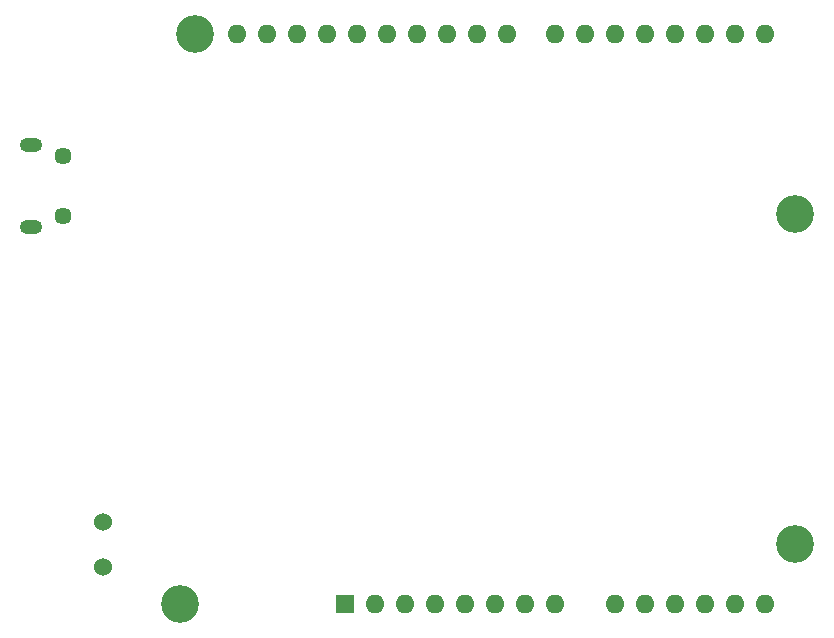
<source format=gbr>
%TF.GenerationSoftware,KiCad,Pcbnew,7.0.6*%
%TF.CreationDate,2023-08-20T14:57:10-04:00*%
%TF.ProjectId,Dynamo,44796e61-6d6f-42e6-9b69-6361645f7063,rev?*%
%TF.SameCoordinates,Original*%
%TF.FileFunction,Soldermask,Bot*%
%TF.FilePolarity,Negative*%
%FSLAX46Y46*%
G04 Gerber Fmt 4.6, Leading zero omitted, Abs format (unit mm)*
G04 Created by KiCad (PCBNEW 7.0.6) date 2023-08-20 14:57:10*
%MOMM*%
%LPD*%
G01*
G04 APERTURE LIST*
%ADD10C,3.200000*%
%ADD11R,1.600000X1.600000*%
%ADD12O,1.600000X1.600000*%
%ADD13C,1.524000*%
%ADD14O,1.900000X1.200000*%
%ADD15C,1.450000*%
G04 APERTURE END LIST*
D10*
%TO.C,UNO_SHIELD1*%
X135905000Y-99880000D03*
X137175000Y-51620000D03*
X187975000Y-66860000D03*
X187975000Y-94800000D03*
D11*
X149875000Y-99880000D03*
D12*
X152415000Y-99880000D03*
X154955000Y-99880000D03*
X157495000Y-99880000D03*
X160035000Y-99880000D03*
X162575000Y-99880000D03*
X165115000Y-99880000D03*
X167655000Y-99880000D03*
X172735000Y-99880000D03*
X175275000Y-99880000D03*
X177815000Y-99880000D03*
X180355000Y-99880000D03*
X182895000Y-99880000D03*
X185435000Y-99880000D03*
X185435000Y-51620000D03*
X182895000Y-51620000D03*
X180355000Y-51620000D03*
X177815000Y-51620000D03*
X175275000Y-51620000D03*
X172735000Y-51620000D03*
X170195000Y-51620000D03*
X167655000Y-51620000D03*
X163595000Y-51620000D03*
X161055000Y-51620000D03*
X158515000Y-51620000D03*
X155975000Y-51620000D03*
X153435000Y-51620000D03*
X150895000Y-51620000D03*
X148355000Y-51620000D03*
X145815000Y-51620000D03*
X143275000Y-51620000D03*
X140735000Y-51620000D03*
%TD*%
D13*
%TO.C,Railsync1*%
X129400000Y-92950000D03*
X129400000Y-96750000D03*
%TD*%
D14*
%TO.C,JUSB1*%
X123300000Y-61000000D03*
D15*
X126000000Y-62000000D03*
X126000000Y-67000000D03*
D14*
X123300000Y-68000000D03*
%TD*%
M02*

</source>
